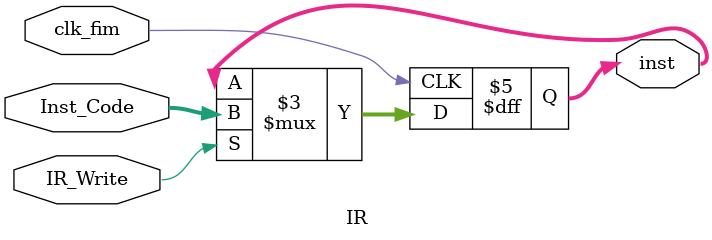
<source format=v>
`timescale 1ns / 1ps


module IR(Inst_Code,clk_fim,IR_Write,inst);
    input [31:0]Inst_Code;
    input clk_fim;
    input IR_Write;
    output reg [31:0]inst;
    always@(posedge clk_fim)
    begin
    if(IR_Write==1)
       inst<=Inst_Code;
    end
endmodule

</source>
